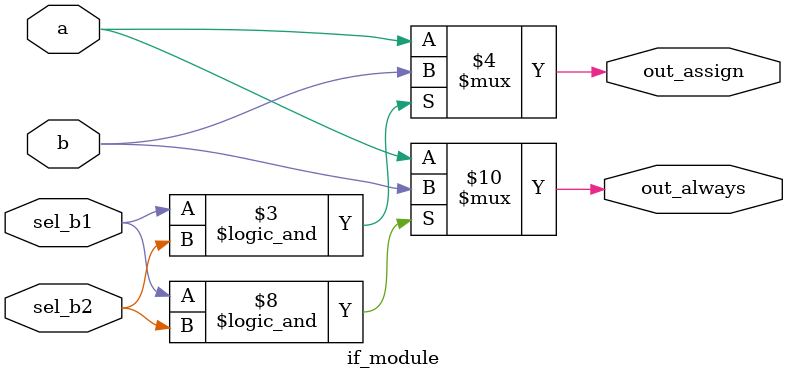
<source format=v>
module if_module (
    input a,
    input b,
    input sel_b1,
    input sel_b2,
    output wire out_assign,
    output reg out_always   ); 
	
    assign out_assign= (sel_b1==1'b1 && sel_b2==1'b1)? b:a;
    
    always @(*)begin
        if (sel_b1==1'b1 && sel_b2==1'b1) begin
    		out_always  = b;
        end
        else begin
            out_always = a;
        end
    end
    
endmodule
</source>
